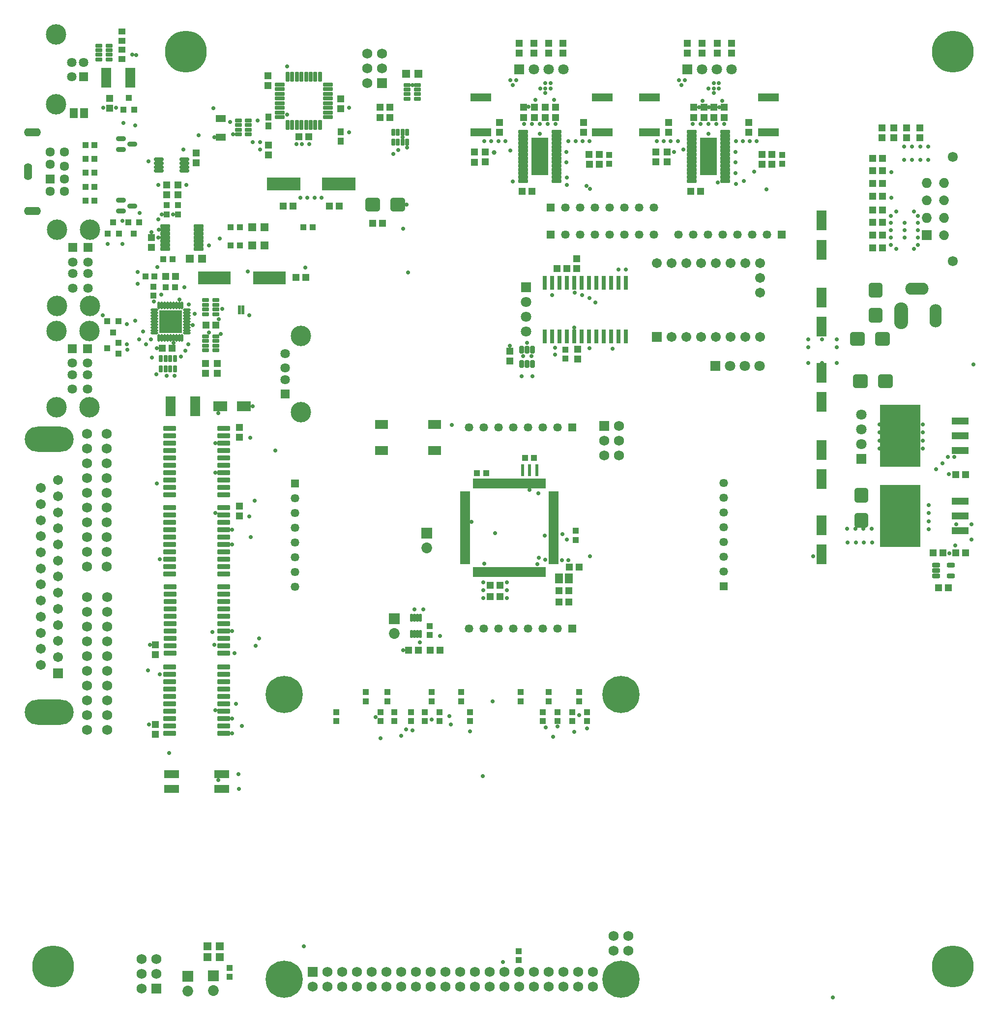
<source format=gts>
G04*
G04 #@! TF.GenerationSoftware,Altium Limited,Altium Designer,23.3.1 (30)*
G04*
G04 Layer_Color=8388736*
%FSLAX25Y25*%
%MOIN*%
G70*
G04*
G04 #@! TF.SameCoordinates,06538215-238A-4A1E-A02E-8B45A58771C4*
G04*
G04*
G04 #@! TF.FilePolarity,Negative*
G04*
G01*
G75*
%ADD65C,0.03263*%
%ADD66R,0.04461X0.04225*%
%ADD67R,0.05524X0.05524*%
%ADD68R,0.04737X0.05131*%
G04:AMPARAMS|DCode=69|XSize=46.19mil|YSize=28.87mil|CornerRadius=6.61mil|HoleSize=0mil|Usage=FLASHONLY|Rotation=0.000|XOffset=0mil|YOffset=0mil|HoleType=Round|Shape=RoundedRectangle|*
%AMROUNDEDRECTD69*
21,1,0.04619,0.01565,0,0,0.0*
21,1,0.03297,0.02887,0,0,0.0*
1,1,0.01322,0.01649,-0.00783*
1,1,0.01322,-0.01649,-0.00783*
1,1,0.01322,-0.01649,0.00783*
1,1,0.01322,0.01649,0.00783*
%
%ADD69ROUNDEDRECTD69*%
G04:AMPARAMS|DCode=70|XSize=51.31mil|YSize=18.24mil|CornerRadius=5.28mil|HoleSize=0mil|Usage=FLASHONLY|Rotation=90.000|XOffset=0mil|YOffset=0mil|HoleType=Round|Shape=RoundedRectangle|*
%AMROUNDEDRECTD70*
21,1,0.05131,0.00768,0,0,90.0*
21,1,0.04075,0.01824,0,0,90.0*
1,1,0.01056,0.00384,0.02037*
1,1,0.01056,0.00384,-0.02037*
1,1,0.01056,-0.00384,-0.02037*
1,1,0.01056,-0.00384,0.02037*
%
%ADD70ROUNDEDRECTD70*%
%ADD71R,0.02454X0.02020*%
%ADD72R,0.02493X0.02020*%
G04:AMPARAMS|DCode=73|XSize=51.31mil|YSize=18.24mil|CornerRadius=5.28mil|HoleSize=0mil|Usage=FLASHONLY|Rotation=0.000|XOffset=0mil|YOffset=0mil|HoleType=Round|Shape=RoundedRectangle|*
%AMROUNDEDRECTD73*
21,1,0.05131,0.00768,0,0,0.0*
21,1,0.04075,0.01824,0,0,0.0*
1,1,0.01056,0.02037,-0.00384*
1,1,0.01056,-0.02037,-0.00384*
1,1,0.01056,-0.02037,0.00384*
1,1,0.01056,0.02037,0.00384*
%
%ADD73ROUNDEDRECTD73*%
%ADD74R,0.15367X0.15367*%
G04:AMPARAMS|DCode=75|XSize=46.19mil|YSize=28.87mil|CornerRadius=6.61mil|HoleSize=0mil|Usage=FLASHONLY|Rotation=270.000|XOffset=0mil|YOffset=0mil|HoleType=Round|Shape=RoundedRectangle|*
%AMROUNDEDRECTD75*
21,1,0.04619,0.01565,0,0,270.0*
21,1,0.03297,0.02887,0,0,270.0*
1,1,0.01322,-0.00783,-0.01649*
1,1,0.01322,-0.00783,0.01649*
1,1,0.01322,0.00783,0.01649*
1,1,0.01322,0.00783,-0.01649*
%
%ADD75ROUNDEDRECTD75*%
%ADD76R,0.06706X0.04737*%
%ADD77R,0.06706X0.13398*%
G04:AMPARAMS|DCode=78|XSize=42.25mil|YSize=48.16mil|CornerRadius=8.28mil|HoleSize=0mil|Usage=FLASHONLY|Rotation=270.000|XOffset=0mil|YOffset=0mil|HoleType=Round|Shape=RoundedRectangle|*
%AMROUNDEDRECTD78*
21,1,0.04225,0.03159,0,0,270.0*
21,1,0.02569,0.04816,0,0,270.0*
1,1,0.01656,-0.01580,-0.01284*
1,1,0.01656,-0.01580,0.01284*
1,1,0.01656,0.01580,0.01284*
1,1,0.01656,0.01580,-0.01284*
%
%ADD78ROUNDEDRECTD78*%
%ADD79R,0.09068X0.06312*%
%ADD80R,0.01900X0.06600*%
%ADD81R,0.06600X0.01900*%
%ADD82R,0.02769X0.09461*%
G04:AMPARAMS|DCode=83|XSize=98.16mil|YSize=91.47mil|CornerRadius=14.43mil|HoleSize=0mil|Usage=FLASHONLY|Rotation=270.000|XOffset=0mil|YOffset=0mil|HoleType=Round|Shape=RoundedRectangle|*
%AMROUNDEDRECTD83*
21,1,0.09816,0.06260,0,0,270.0*
21,1,0.06929,0.09147,0,0,270.0*
1,1,0.02887,-0.03130,-0.03465*
1,1,0.02887,-0.03130,0.03465*
1,1,0.02887,0.03130,0.03465*
1,1,0.02887,0.03130,-0.03465*
%
%ADD83ROUNDEDRECTD83*%
G04:AMPARAMS|DCode=84|XSize=98.16mil|YSize=91.47mil|CornerRadius=14.43mil|HoleSize=0mil|Usage=FLASHONLY|Rotation=0.000|XOffset=0mil|YOffset=0mil|HoleType=Round|Shape=RoundedRectangle|*
%AMROUNDEDRECTD84*
21,1,0.09816,0.06260,0,0,0.0*
21,1,0.06929,0.09147,0,0,0.0*
1,1,0.02887,0.03465,-0.03130*
1,1,0.02887,-0.03465,-0.03130*
1,1,0.02887,-0.03465,0.03130*
1,1,0.02887,0.03465,0.03130*
%
%ADD84ROUNDEDRECTD84*%
%ADD85R,0.11784X0.04934*%
%ADD86R,0.27729X0.42454*%
%ADD87R,0.05131X0.04737*%
G04:AMPARAMS|DCode=88|XSize=55.64mil|YSize=31.23mil|CornerRadius=9.81mil|HoleSize=0mil|Usage=FLASHONLY|Rotation=0.000|XOffset=0mil|YOffset=0mil|HoleType=Round|Shape=RoundedRectangle|*
%AMROUNDEDRECTD88*
21,1,0.05564,0.01161,0,0,0.0*
21,1,0.03602,0.03123,0,0,0.0*
1,1,0.01961,0.01801,-0.00581*
1,1,0.01961,-0.01801,-0.00581*
1,1,0.01961,-0.01801,0.00581*
1,1,0.01961,0.01801,0.00581*
%
%ADD88ROUNDEDRECTD88*%
%ADD89R,0.04225X0.04461*%
G04:AMPARAMS|DCode=90|XSize=55.64mil|YSize=30.84mil|CornerRadius=6.85mil|HoleSize=0mil|Usage=FLASHONLY|Rotation=90.000|XOffset=0mil|YOffset=0mil|HoleType=Round|Shape=RoundedRectangle|*
%AMROUNDEDRECTD90*
21,1,0.05564,0.01713,0,0,90.0*
21,1,0.04193,0.03084,0,0,90.0*
1,1,0.01371,0.00856,0.02097*
1,1,0.01371,0.00856,-0.02097*
1,1,0.01371,-0.00856,-0.02097*
1,1,0.01371,-0.00856,0.02097*
%
%ADD90ROUNDEDRECTD90*%
%ADD91R,0.03950X0.04343*%
%ADD92R,0.04343X0.03950*%
%ADD93R,0.22453X0.08674*%
%ADD94R,0.05524X0.06587*%
%ADD95R,0.09461X0.06902*%
G04:AMPARAMS|DCode=96|XSize=89.1mil|YSize=31.62mil|CornerRadius=6.95mil|HoleSize=0mil|Usage=FLASHONLY|Rotation=0.000|XOffset=0mil|YOffset=0mil|HoleType=Round|Shape=RoundedRectangle|*
%AMROUNDEDRECTD96*
21,1,0.08910,0.01772,0,0,0.0*
21,1,0.07520,0.03162,0,0,0.0*
1,1,0.01391,0.03760,-0.00886*
1,1,0.01391,-0.03760,-0.00886*
1,1,0.01391,-0.03760,0.00886*
1,1,0.01391,0.03760,0.00886*
%
%ADD96ROUNDEDRECTD96*%
%ADD97R,0.02375X0.08280*%
G04:AMPARAMS|DCode=98|XSize=69.81mil|YSize=24.14mil|CornerRadius=6.02mil|HoleSize=0mil|Usage=FLASHONLY|Rotation=0.000|XOffset=0mil|YOffset=0mil|HoleType=Round|Shape=RoundedRectangle|*
%AMROUNDEDRECTD98*
21,1,0.06981,0.01211,0,0,0.0*
21,1,0.05778,0.02414,0,0,0.0*
1,1,0.01204,0.02889,-0.00605*
1,1,0.01204,-0.02889,-0.00605*
1,1,0.01204,-0.02889,0.00605*
1,1,0.01204,0.02889,0.00605*
%
%ADD98ROUNDEDRECTD98*%
%ADD99R,0.13871X0.05564*%
%ADD100R,0.11627X0.25210*%
G04:AMPARAMS|DCode=101|XSize=69.42mil|YSize=23.75mil|CornerRadius=5.97mil|HoleSize=0mil|Usage=FLASHONLY|Rotation=0.000|XOffset=0mil|YOffset=0mil|HoleType=Round|Shape=RoundedRectangle|*
%AMROUNDEDRECTD101*
21,1,0.06942,0.01181,0,0,0.0*
21,1,0.05748,0.02375,0,0,0.0*
1,1,0.01194,0.02874,-0.00591*
1,1,0.01194,-0.02874,-0.00591*
1,1,0.01194,-0.02874,0.00591*
1,1,0.01194,0.02874,0.00591*
%
%ADD101ROUNDEDRECTD101*%
%ADD102R,0.07099X0.13398*%
%ADD103R,0.22847X0.09068*%
%ADD104R,0.05288X0.06587*%
%ADD105R,0.10406X0.05249*%
%ADD106R,0.04422X0.04619*%
G04:AMPARAMS|DCode=107|XSize=63.91mil|YSize=26.5mil|CornerRadius=6.31mil|HoleSize=0mil|Usage=FLASHONLY|Rotation=180.000|XOffset=0mil|YOffset=0mil|HoleType=Round|Shape=RoundedRectangle|*
%AMROUNDEDRECTD107*
21,1,0.06391,0.01388,0,0,180.0*
21,1,0.05128,0.02650,0,0,180.0*
1,1,0.01263,-0.02564,0.00694*
1,1,0.01263,0.02564,0.00694*
1,1,0.01263,0.02564,-0.00694*
1,1,0.01263,-0.02564,-0.00694*
%
%ADD107ROUNDEDRECTD107*%
G04:AMPARAMS|DCode=108|XSize=32.02mil|YSize=63.51mil|CornerRadius=10mil|HoleSize=0mil|Usage=FLASHONLY|Rotation=270.000|XOffset=0mil|YOffset=0mil|HoleType=Round|Shape=RoundedRectangle|*
%AMROUNDEDRECTD108*
21,1,0.03202,0.04350,0,0,270.0*
21,1,0.01201,0.06351,0,0,270.0*
1,1,0.02001,-0.02175,-0.00600*
1,1,0.02001,-0.02175,0.00600*
1,1,0.02001,0.02175,0.00600*
1,1,0.02001,0.02175,-0.00600*
%
%ADD108ROUNDEDRECTD108*%
G04:AMPARAMS|DCode=109|XSize=52.09mil|YSize=18.63mil|CornerRadius=5.33mil|HoleSize=0mil|Usage=FLASHONLY|Rotation=90.000|XOffset=0mil|YOffset=0mil|HoleType=Round|Shape=RoundedRectangle|*
%AMROUNDEDRECTD109*
21,1,0.05209,0.00797,0,0,90.0*
21,1,0.04144,0.01863,0,0,90.0*
1,1,0.01066,0.00399,0.02072*
1,1,0.01066,0.00399,-0.02072*
1,1,0.01066,-0.00399,-0.02072*
1,1,0.01066,-0.00399,0.02072*
%
%ADD109ROUNDEDRECTD109*%
G04:AMPARAMS|DCode=110|XSize=66.66mil|YSize=29.65mil|CornerRadius=6.71mil|HoleSize=0mil|Usage=FLASHONLY|Rotation=180.000|XOffset=0mil|YOffset=0mil|HoleType=Round|Shape=RoundedRectangle|*
%AMROUNDEDRECTD110*
21,1,0.06666,0.01624,0,0,180.0*
21,1,0.05325,0.02965,0,0,180.0*
1,1,0.01341,-0.02662,0.00812*
1,1,0.01341,0.02662,0.00812*
1,1,0.01341,0.02662,-0.00812*
1,1,0.01341,-0.02662,-0.00812*
%
%ADD110ROUNDEDRECTD110*%
G04:AMPARAMS|DCode=111|XSize=66.66mil|YSize=29.65mil|CornerRadius=6.71mil|HoleSize=0mil|Usage=FLASHONLY|Rotation=90.000|XOffset=0mil|YOffset=0mil|HoleType=Round|Shape=RoundedRectangle|*
%AMROUNDEDRECTD111*
21,1,0.06666,0.01624,0,0,90.0*
21,1,0.05325,0.02965,0,0,90.0*
1,1,0.01341,0.00812,0.02662*
1,1,0.01341,0.00812,-0.02662*
1,1,0.01341,-0.00812,-0.02662*
1,1,0.01341,-0.00812,0.02662*
%
%ADD111ROUNDEDRECTD111*%
%ADD112C,0.06343*%
%ADD113O,0.11548X0.05642*%
%ADD114R,0.06343X0.06343*%
%ADD115O,0.05642X0.11548*%
%ADD116C,0.06737*%
%ADD117R,0.06737X0.06737*%
%ADD118O,0.33209X0.17005*%
%ADD119C,0.06800*%
%ADD120R,0.06800X0.06800*%
%ADD121C,0.25210*%
%ADD122C,0.28359*%
%ADD123C,0.07296*%
%ADD124R,0.07296X0.07296*%
%ADD125R,0.06824X0.06824*%
%ADD126C,0.06824*%
%ADD127C,0.13855*%
%ADD128C,0.06422*%
%ADD129R,0.06422X0.06422*%
%ADD130C,0.05753*%
%ADD131R,0.05753X0.05753*%
%ADD132O,0.09461X0.18123*%
%ADD133R,0.05753X0.05753*%
%ADD134C,0.07099*%
%ADD135R,0.07099X0.07099*%
%ADD136C,0.06781*%
%ADD137C,0.06525*%
%ADD138R,0.06525X0.06525*%
%ADD139O,0.08280X0.15761*%
%ADD140O,0.15761X0.08280*%
%ADD141R,0.07099X0.07099*%
%ADD142R,0.06737X0.06737*%
%ADD143C,0.02800*%
%ADD144C,0.03200*%
D65*
X645657Y556068D02*
X645346Y557027D01*
X644530Y557619D01*
X643522D01*
X642706Y557027D01*
X642395Y556068D01*
X642706Y555109D01*
X643522Y554516D01*
X644530D01*
X645346Y555109D01*
X645657Y556068D01*
Y544257D02*
X645346Y545216D01*
X644530Y545808D01*
X643522D01*
X642706Y545216D01*
X642395Y544257D01*
X642706Y543298D01*
X643522Y542705D01*
X644530D01*
X645346Y543298D01*
X645657Y544257D01*
Y532446D02*
X645346Y533405D01*
X644530Y533997D01*
X643522D01*
X642706Y533405D01*
X642395Y532446D01*
X642706Y531487D01*
X643522Y530894D01*
X644530D01*
X645346Y531487D01*
X645657Y532446D01*
Y520635D02*
X645346Y521594D01*
X644530Y522186D01*
X643522D01*
X642706Y521594D01*
X642395Y520635D01*
X642706Y519676D01*
X643522Y519083D01*
X644530D01*
X645346Y519676D01*
X645657Y520635D01*
X633846Y556068D02*
X633535Y557027D01*
X632719Y557619D01*
X631711D01*
X630895Y557027D01*
X630584Y556068D01*
X630895Y555109D01*
X631711Y554516D01*
X632719D01*
X633535Y555109D01*
X633846Y556068D01*
Y544257D02*
X633535Y545216D01*
X632719Y545808D01*
X631711D01*
X630895Y545216D01*
X630584Y544257D01*
X630895Y543298D01*
X631711Y542705D01*
X632719D01*
X633535Y543298D01*
X633846Y544257D01*
Y532446D02*
X633535Y533405D01*
X632719Y533997D01*
X631711D01*
X630895Y533405D01*
X630584Y532446D01*
X630895Y531487D01*
X631711Y530894D01*
X632719D01*
X633535Y531487D01*
X633846Y532446D01*
D66*
X387258Y443171D02*
D03*
Y437029D02*
D03*
X402043Y197458D02*
D03*
Y191316D02*
D03*
X391840Y197458D02*
D03*
Y191316D02*
D03*
X381960Y197458D02*
D03*
Y191316D02*
D03*
X371757Y197458D02*
D03*
Y191316D02*
D03*
X355594Y29417D02*
D03*
Y35558D02*
D03*
X322480Y197458D02*
D03*
Y191316D02*
D03*
X316478Y204891D02*
D03*
Y211033D02*
D03*
X296624Y204891D02*
D03*
Y211033D02*
D03*
X266601D02*
D03*
Y204891D02*
D03*
X251871Y211033D02*
D03*
Y204891D02*
D03*
X301820Y197458D02*
D03*
Y191316D02*
D03*
X291850D02*
D03*
Y197458D02*
D03*
X282400Y191316D02*
D03*
Y197458D02*
D03*
X271239D02*
D03*
Y191316D02*
D03*
X261939D02*
D03*
Y197458D02*
D03*
X159428Y17997D02*
D03*
Y24139D02*
D03*
X231805Y197458D02*
D03*
Y191316D02*
D03*
X356905Y211033D02*
D03*
Y204891D02*
D03*
X375761D02*
D03*
Y211033D02*
D03*
X396619D02*
D03*
Y204891D02*
D03*
X107924Y485870D02*
D03*
Y479728D02*
D03*
X116929Y534822D02*
D03*
Y540964D02*
D03*
X534344Y568910D02*
D03*
Y575052D02*
D03*
X394100Y320371D02*
D03*
Y314229D02*
D03*
X416942Y575052D02*
D03*
Y568910D02*
D03*
X124589Y540964D02*
D03*
Y534822D02*
D03*
X295270Y255843D02*
D03*
Y249701D02*
D03*
D67*
X144555Y31281D02*
D03*
X152823D02*
D03*
X144555Y38779D02*
D03*
X152823D02*
D03*
X279324Y630168D02*
D03*
X287592D02*
D03*
X175044Y525984D02*
D03*
X183311D02*
D03*
X175044Y513704D02*
D03*
X183311D02*
D03*
X140896Y504629D02*
D03*
X132629D02*
D03*
D68*
X109305Y188935D02*
D03*
Y182242D02*
D03*
X185827Y581690D02*
D03*
Y574997D02*
D03*
X116837Y554776D02*
D03*
Y548083D02*
D03*
X185409Y622173D02*
D03*
Y628866D02*
D03*
X394978Y504815D02*
D03*
Y498122D02*
D03*
X395400Y436754D02*
D03*
Y443446D02*
D03*
X109305Y243149D02*
D03*
Y236456D02*
D03*
X166234Y330295D02*
D03*
Y336987D02*
D03*
Y383859D02*
D03*
Y390552D02*
D03*
X349576Y442159D02*
D03*
Y435466D02*
D03*
X151340Y433655D02*
D03*
Y426962D02*
D03*
X143314Y433655D02*
D03*
Y426962D02*
D03*
X511417Y590388D02*
D03*
Y597081D02*
D03*
X399634Y590388D02*
D03*
Y597081D02*
D03*
X342665Y590244D02*
D03*
Y596937D02*
D03*
X499908Y643911D02*
D03*
Y650604D02*
D03*
X490098Y643911D02*
D03*
Y650604D02*
D03*
X479862Y643911D02*
D03*
Y650604D02*
D03*
X470024Y643911D02*
D03*
Y650604D02*
D03*
X385560Y643911D02*
D03*
Y650604D02*
D03*
X375725Y643911D02*
D03*
Y650604D02*
D03*
X365831Y643911D02*
D03*
Y650604D02*
D03*
X355875Y643911D02*
D03*
Y650604D02*
D03*
X495033Y600563D02*
D03*
Y607256D02*
D03*
X474306Y600563D02*
D03*
Y607256D02*
D03*
X488029Y600563D02*
D03*
Y607256D02*
D03*
X481191Y600563D02*
D03*
Y607256D02*
D03*
X448619Y577209D02*
D03*
Y570516D02*
D03*
X456358Y577209D02*
D03*
Y570516D02*
D03*
X325604Y576924D02*
D03*
Y570231D02*
D03*
X380681Y607256D02*
D03*
Y600563D02*
D03*
X373485Y607256D02*
D03*
Y600563D02*
D03*
X366203Y607256D02*
D03*
Y600563D02*
D03*
X358854Y607256D02*
D03*
Y600563D02*
D03*
X332933Y570276D02*
D03*
Y576969D02*
D03*
X234970Y606447D02*
D03*
Y613140D02*
D03*
X136998Y576495D02*
D03*
Y569803D02*
D03*
X124589Y548083D02*
D03*
Y554776D02*
D03*
X627469Y593441D02*
D03*
Y586749D02*
D03*
X618414Y593441D02*
D03*
Y586749D02*
D03*
X609774Y593441D02*
D03*
Y586749D02*
D03*
X601785Y593442D02*
D03*
Y586749D02*
D03*
X78208Y606598D02*
D03*
Y613291D02*
D03*
X457101Y597081D02*
D03*
Y590388D02*
D03*
X106693Y512456D02*
D03*
Y519149D02*
D03*
D69*
X143374Y476659D02*
D03*
X70965Y639764D02*
D03*
Y642913D02*
D03*
Y646063D02*
D03*
Y649213D02*
D03*
X77854D02*
D03*
Y646063D02*
D03*
Y642913D02*
D03*
Y639764D02*
D03*
X150263Y476659D02*
D03*
Y473509D02*
D03*
Y470360D02*
D03*
Y467210D02*
D03*
X143374D02*
D03*
Y470360D02*
D03*
Y473509D02*
D03*
X150263Y452110D02*
D03*
Y448960D02*
D03*
Y445810D02*
D03*
Y442661D02*
D03*
X143374D02*
D03*
Y445810D02*
D03*
Y448960D02*
D03*
Y452110D02*
D03*
X286903Y622551D02*
D03*
Y619402D02*
D03*
Y616252D02*
D03*
Y613102D02*
D03*
X280013D02*
D03*
Y616252D02*
D03*
Y619402D02*
D03*
Y622551D02*
D03*
X165455Y598425D02*
D03*
Y595275D02*
D03*
Y592125D02*
D03*
Y588976D02*
D03*
X172345D02*
D03*
Y592125D02*
D03*
Y595275D02*
D03*
Y598425D02*
D03*
D70*
X121457Y473203D02*
D03*
X123425D02*
D03*
X111614D02*
D03*
X113583D02*
D03*
X115551D02*
D03*
X117520D02*
D03*
X119488D02*
D03*
X125394D02*
D03*
X127362D02*
D03*
Y451037D02*
D03*
X125394D02*
D03*
X123425D02*
D03*
X121457D02*
D03*
X119488D02*
D03*
X117520D02*
D03*
X115551D02*
D03*
X113583D02*
D03*
X111614D02*
D03*
D71*
X166253Y468229D02*
D03*
Y472166D02*
D03*
X168576D02*
D03*
X166253Y470198D02*
D03*
X168576D02*
D03*
D72*
X168556Y468229D02*
D03*
D73*
X108406Y468026D02*
D03*
Y469994D02*
D03*
X130571D02*
D03*
Y468026D02*
D03*
Y466057D02*
D03*
Y464089D02*
D03*
Y462120D02*
D03*
Y460152D02*
D03*
Y458183D02*
D03*
Y456215D02*
D03*
Y454246D02*
D03*
X108406D02*
D03*
Y456215D02*
D03*
Y458183D02*
D03*
Y460152D02*
D03*
Y462120D02*
D03*
Y464089D02*
D03*
Y466057D02*
D03*
D74*
X119488Y462120D02*
D03*
D75*
X113007Y436982D02*
D03*
X116157D02*
D03*
X119307D02*
D03*
X122456D02*
D03*
Y430093D02*
D03*
X119307D02*
D03*
X116157D02*
D03*
X113007D02*
D03*
X279959Y583632D02*
D03*
X276809D02*
D03*
X273660D02*
D03*
X270510D02*
D03*
Y590522D02*
D03*
X273660D02*
D03*
X276809D02*
D03*
X279959D02*
D03*
D76*
X153659Y599610D02*
D03*
Y587011D02*
D03*
D77*
X75718Y627257D02*
D03*
X92254D02*
D03*
X119513Y404576D02*
D03*
X136049D02*
D03*
D78*
X86614Y658583D02*
D03*
Y652441D02*
D03*
X86528Y646291D02*
D03*
Y640150D02*
D03*
D79*
X298406Y374803D02*
D03*
X262579D02*
D03*
Y392520D02*
D03*
X298406D02*
D03*
D80*
X372813Y292441D02*
D03*
X370913D02*
D03*
X368913D02*
D03*
X366913D02*
D03*
X364913D02*
D03*
X363013D02*
D03*
X361013D02*
D03*
X359013D02*
D03*
X357113D02*
D03*
X355113D02*
D03*
X353113D02*
D03*
X351213D02*
D03*
X349213D02*
D03*
X347213D02*
D03*
X345313D02*
D03*
X343313D02*
D03*
X341313D02*
D03*
X339413D02*
D03*
X337413D02*
D03*
X335413D02*
D03*
X333513D02*
D03*
X331513D02*
D03*
X329513D02*
D03*
X327513D02*
D03*
X325613D02*
D03*
Y352441D02*
D03*
X327513D02*
D03*
X329513D02*
D03*
X331513D02*
D03*
X333513D02*
D03*
X335413D02*
D03*
X337413D02*
D03*
X339413D02*
D03*
X341313D02*
D03*
X343313D02*
D03*
X345313D02*
D03*
X347213D02*
D03*
X349213D02*
D03*
X351213D02*
D03*
X353113D02*
D03*
X355113D02*
D03*
X357113D02*
D03*
X359013D02*
D03*
X361013D02*
D03*
X363013D02*
D03*
X364913D02*
D03*
X366913D02*
D03*
X368913D02*
D03*
X370913D02*
D03*
X372813D02*
D03*
D81*
X319213Y298841D02*
D03*
Y300741D02*
D03*
Y302741D02*
D03*
Y304741D02*
D03*
Y306741D02*
D03*
Y308641D02*
D03*
Y310641D02*
D03*
Y312641D02*
D03*
Y314541D02*
D03*
Y316541D02*
D03*
Y318541D02*
D03*
Y320441D02*
D03*
Y322441D02*
D03*
Y324441D02*
D03*
Y326341D02*
D03*
Y328341D02*
D03*
Y330341D02*
D03*
Y332241D02*
D03*
Y334241D02*
D03*
Y336241D02*
D03*
Y338141D02*
D03*
Y340141D02*
D03*
Y342141D02*
D03*
Y344141D02*
D03*
Y346041D02*
D03*
X379213D02*
D03*
Y344141D02*
D03*
Y342141D02*
D03*
Y340141D02*
D03*
Y338141D02*
D03*
Y336241D02*
D03*
Y334241D02*
D03*
Y332241D02*
D03*
Y330341D02*
D03*
Y328341D02*
D03*
Y326341D02*
D03*
Y324441D02*
D03*
Y322441D02*
D03*
Y320441D02*
D03*
Y318541D02*
D03*
Y316541D02*
D03*
Y314541D02*
D03*
Y312641D02*
D03*
Y310641D02*
D03*
Y308641D02*
D03*
Y306741D02*
D03*
Y304741D02*
D03*
Y302741D02*
D03*
Y300741D02*
D03*
Y298841D02*
D03*
D82*
X428365Y488417D02*
D03*
X423365D02*
D03*
X418365D02*
D03*
X413365D02*
D03*
X408365D02*
D03*
X403365D02*
D03*
X398365D02*
D03*
X393365D02*
D03*
X388365D02*
D03*
X383365D02*
D03*
X378365D02*
D03*
X373365D02*
D03*
X428365Y452196D02*
D03*
X423365D02*
D03*
X418365D02*
D03*
X413365D02*
D03*
X408365D02*
D03*
X403365D02*
D03*
X398365D02*
D03*
X393365D02*
D03*
X388365D02*
D03*
X383365D02*
D03*
X378365D02*
D03*
X373365D02*
D03*
D83*
X597642Y466429D02*
D03*
Y483437D02*
D03*
X587837Y327518D02*
D03*
Y344526D02*
D03*
D84*
X602364Y450427D02*
D03*
X585356D02*
D03*
X604254Y421694D02*
D03*
X587246D02*
D03*
X256487Y541365D02*
D03*
X273495D02*
D03*
D85*
X654820Y320254D02*
D03*
Y330254D02*
D03*
Y340254D02*
D03*
X655034Y394696D02*
D03*
Y384696D02*
D03*
Y374696D02*
D03*
D86*
X614072Y330254D02*
D03*
X614286Y384696D02*
D03*
D87*
X640144Y281743D02*
D03*
X646837D02*
D03*
X636555Y305268D02*
D03*
X643248D02*
D03*
X658626D02*
D03*
X651933D02*
D03*
X381502Y497925D02*
D03*
X388195D02*
D03*
X302338Y239489D02*
D03*
X295646D02*
D03*
X287461D02*
D03*
X280768D02*
D03*
X120463Y444135D02*
D03*
X113770D02*
D03*
X143472Y459729D02*
D03*
X150165D02*
D03*
X116142Y492820D02*
D03*
X122835D02*
D03*
X211259Y491918D02*
D03*
X204566D02*
D03*
X389692Y272213D02*
D03*
X382999D02*
D03*
X342742Y275692D02*
D03*
X336049D02*
D03*
X342742Y283454D02*
D03*
X336049D02*
D03*
X382999Y279761D02*
D03*
X389691D02*
D03*
X389732Y295622D02*
D03*
X396425D02*
D03*
X520527Y575436D02*
D03*
X527220D02*
D03*
X520430Y568709D02*
D03*
X527122D02*
D03*
X472063Y550295D02*
D03*
X478756D02*
D03*
X357806Y550344D02*
D03*
X364499D02*
D03*
X403364Y575436D02*
D03*
X410057D02*
D03*
X403422Y568709D02*
D03*
X410115D02*
D03*
X256496Y528740D02*
D03*
X263189D02*
D03*
X227111Y540273D02*
D03*
X233804D02*
D03*
X202545D02*
D03*
X195853D02*
D03*
X595580Y572866D02*
D03*
X602273D02*
D03*
X595580Y564295D02*
D03*
X602273D02*
D03*
X595580Y555724D02*
D03*
X602273D02*
D03*
X595580Y547153D02*
D03*
X602273D02*
D03*
X595580Y537881D02*
D03*
X602273D02*
D03*
X595580Y512169D02*
D03*
X602273D02*
D03*
X595580Y529310D02*
D03*
X602273D02*
D03*
X595580Y520739D02*
D03*
X602273D02*
D03*
X651933Y358282D02*
D03*
X658626D02*
D03*
X268338Y600244D02*
D03*
X261645D02*
D03*
X268338Y607244D02*
D03*
X261645D02*
D03*
X213257Y587564D02*
D03*
X206565D02*
D03*
D88*
X648431Y297094D02*
D03*
Y289614D02*
D03*
X638549D02*
D03*
Y293354D02*
D03*
Y297094D02*
D03*
D89*
X166500Y526135D02*
D03*
X160359D02*
D03*
X166500Y513704D02*
D03*
X160359D02*
D03*
X327244Y359449D02*
D03*
X333386D02*
D03*
X114685Y504540D02*
D03*
X120826D02*
D03*
X122437Y485568D02*
D03*
X116295D02*
D03*
X108704Y492820D02*
D03*
X102562D02*
D03*
X366030Y369742D02*
D03*
X359888D02*
D03*
X209677Y526135D02*
D03*
X215818D02*
D03*
X68032Y544094D02*
D03*
X61890D02*
D03*
X68032Y562992D02*
D03*
X61890D02*
D03*
X68032Y553543D02*
D03*
X61890D02*
D03*
X68032Y581890D02*
D03*
X61890D02*
D03*
Y572441D02*
D03*
X68032D02*
D03*
D90*
X364998Y443189D02*
D03*
X361258D02*
D03*
X357517D02*
D03*
X364998Y433307D02*
D03*
X361258D02*
D03*
X357517D02*
D03*
D91*
X80692Y529479D02*
D03*
X84432Y521605D02*
D03*
X76952D02*
D03*
X94463D02*
D03*
X90723Y529479D02*
D03*
X98203D02*
D03*
X80381Y454680D02*
D03*
X76641Y462554D02*
D03*
X84121D02*
D03*
X91147Y613774D02*
D03*
X94887Y605900D02*
D03*
X87406D02*
D03*
D92*
X76477Y444039D02*
D03*
X84351Y447779D02*
D03*
Y440299D02*
D03*
D93*
X149299Y491900D02*
D03*
X186701D02*
D03*
D94*
X382723Y288234D02*
D03*
X389495D02*
D03*
D95*
X169367Y404576D02*
D03*
X153225D02*
D03*
D96*
X155557Y389719D02*
D03*
Y384719D02*
D03*
Y379719D02*
D03*
Y374719D02*
D03*
Y369719D02*
D03*
Y364719D02*
D03*
Y359719D02*
D03*
Y354719D02*
D03*
Y349719D02*
D03*
Y344719D02*
D03*
X119022D02*
D03*
Y349719D02*
D03*
Y354719D02*
D03*
Y359719D02*
D03*
Y364719D02*
D03*
Y369719D02*
D03*
Y374719D02*
D03*
Y379719D02*
D03*
Y384719D02*
D03*
Y389719D02*
D03*
X155577Y336154D02*
D03*
Y331154D02*
D03*
Y326154D02*
D03*
Y321154D02*
D03*
Y316154D02*
D03*
Y311154D02*
D03*
Y306154D02*
D03*
Y301154D02*
D03*
Y296154D02*
D03*
Y291154D02*
D03*
X119041D02*
D03*
Y296154D02*
D03*
Y301154D02*
D03*
Y306154D02*
D03*
Y311154D02*
D03*
Y316154D02*
D03*
Y321154D02*
D03*
Y326154D02*
D03*
Y331154D02*
D03*
Y336154D02*
D03*
X119118Y237289D02*
D03*
Y242289D02*
D03*
Y247289D02*
D03*
Y252289D02*
D03*
Y257289D02*
D03*
Y262289D02*
D03*
Y267289D02*
D03*
Y272289D02*
D03*
Y277289D02*
D03*
Y282289D02*
D03*
X155653D02*
D03*
Y277289D02*
D03*
Y272289D02*
D03*
Y267289D02*
D03*
Y262289D02*
D03*
Y257289D02*
D03*
Y252289D02*
D03*
Y247289D02*
D03*
Y242289D02*
D03*
Y237289D02*
D03*
X119005Y183075D02*
D03*
Y188075D02*
D03*
Y193075D02*
D03*
Y198075D02*
D03*
Y203075D02*
D03*
Y208075D02*
D03*
Y213075D02*
D03*
Y218075D02*
D03*
Y223075D02*
D03*
Y228075D02*
D03*
X155540D02*
D03*
Y223075D02*
D03*
Y218075D02*
D03*
Y213075D02*
D03*
Y208075D02*
D03*
Y203075D02*
D03*
Y198075D02*
D03*
Y193075D02*
D03*
Y188075D02*
D03*
Y183075D02*
D03*
D97*
X358268Y361417D02*
D03*
X362992D02*
D03*
X367717D02*
D03*
D98*
X115957Y526897D02*
D03*
Y524338D02*
D03*
Y521779D02*
D03*
Y519220D02*
D03*
Y516661D02*
D03*
Y514102D02*
D03*
Y511543D02*
D03*
X138556D02*
D03*
Y514102D02*
D03*
Y516661D02*
D03*
Y519220D02*
D03*
Y521779D02*
D03*
Y524338D02*
D03*
Y526897D02*
D03*
D99*
X444184Y614199D02*
D03*
Y590380D02*
D03*
X524805Y614199D02*
D03*
Y590380D02*
D03*
X412238D02*
D03*
Y614199D02*
D03*
X329811Y590380D02*
D03*
Y614199D02*
D03*
D100*
X484206Y574091D02*
D03*
X369747D02*
D03*
D101*
X495545Y590725D02*
D03*
Y588166D02*
D03*
Y585607D02*
D03*
Y583048D02*
D03*
Y580489D02*
D03*
Y577930D02*
D03*
Y575371D02*
D03*
Y572812D02*
D03*
Y570252D02*
D03*
Y567693D02*
D03*
Y565134D02*
D03*
Y562575D02*
D03*
Y560016D02*
D03*
Y557457D02*
D03*
X472868D02*
D03*
Y560016D02*
D03*
Y562575D02*
D03*
Y565134D02*
D03*
Y567693D02*
D03*
Y570252D02*
D03*
Y572812D02*
D03*
Y575371D02*
D03*
Y577930D02*
D03*
Y580489D02*
D03*
Y583048D02*
D03*
Y585607D02*
D03*
Y588166D02*
D03*
Y590725D02*
D03*
X381085D02*
D03*
Y588166D02*
D03*
Y585607D02*
D03*
Y583048D02*
D03*
Y580489D02*
D03*
Y577930D02*
D03*
Y575371D02*
D03*
Y572812D02*
D03*
Y570252D02*
D03*
Y567693D02*
D03*
Y565134D02*
D03*
Y562575D02*
D03*
Y560016D02*
D03*
Y557457D02*
D03*
X358408D02*
D03*
Y560016D02*
D03*
Y562575D02*
D03*
Y565134D02*
D03*
Y567693D02*
D03*
Y570252D02*
D03*
Y572812D02*
D03*
Y575371D02*
D03*
Y577930D02*
D03*
Y580489D02*
D03*
Y583048D02*
D03*
Y585607D02*
D03*
Y588166D02*
D03*
Y590725D02*
D03*
D102*
X561003Y510897D02*
D03*
Y530582D02*
D03*
Y407691D02*
D03*
Y427376D02*
D03*
Y375188D02*
D03*
Y355503D02*
D03*
Y304484D02*
D03*
Y324169D02*
D03*
Y478395D02*
D03*
Y458710D02*
D03*
D103*
X233568Y555502D02*
D03*
X196166D02*
D03*
D104*
X53771Y603301D02*
D03*
X60779D02*
D03*
D105*
X154201Y155292D02*
D03*
X120343D02*
D03*
X154201Y145292D02*
D03*
X120343D02*
D03*
D106*
X234970Y590596D02*
D03*
Y584533D02*
D03*
X185827Y594606D02*
D03*
Y600669D02*
D03*
D107*
X128754Y564331D02*
D03*
Y566890D02*
D03*
Y569449D02*
D03*
Y572008D02*
D03*
X111706D02*
D03*
Y569449D02*
D03*
Y566890D02*
D03*
Y564331D02*
D03*
D108*
X85945Y586024D02*
D03*
X93583Y582283D02*
D03*
X85945Y578740D02*
D03*
Y544291D02*
D03*
X93583Y540551D02*
D03*
X85945Y537008D02*
D03*
D109*
X282874Y250374D02*
D03*
X284843D02*
D03*
X286811D02*
D03*
X288780D02*
D03*
Y261437D02*
D03*
X286811D02*
D03*
X284843D02*
D03*
X282874D02*
D03*
D110*
X226222Y600738D02*
D03*
Y603888D02*
D03*
Y607038D02*
D03*
Y610187D02*
D03*
Y613337D02*
D03*
Y616487D02*
D03*
Y619636D02*
D03*
Y622786D02*
D03*
X193387D02*
D03*
Y619636D02*
D03*
Y616487D02*
D03*
Y613337D02*
D03*
Y610187D02*
D03*
Y607038D02*
D03*
Y603888D02*
D03*
Y600738D02*
D03*
D111*
X198781Y595345D02*
D03*
X201931D02*
D03*
X205080D02*
D03*
X208230D02*
D03*
X211380D02*
D03*
X214529D02*
D03*
X217679D02*
D03*
X220828D02*
D03*
Y628179D02*
D03*
X217679D02*
D03*
X214529D02*
D03*
X211380D02*
D03*
X208230D02*
D03*
X205080D02*
D03*
X201931D02*
D03*
X198781D02*
D03*
D112*
X47638Y577165D02*
D03*
Y567323D02*
D03*
Y550394D02*
D03*
X37795Y577165D02*
D03*
X47638Y558661D02*
D03*
X37795Y568898D02*
D03*
Y550394D02*
D03*
D113*
X25984Y537205D02*
D03*
Y590354D02*
D03*
D114*
X37795Y558661D02*
D03*
D115*
X22835Y563780D02*
D03*
D116*
X31590Y349356D02*
D03*
Y338450D02*
D03*
Y327545D02*
D03*
Y316639D02*
D03*
Y305734D02*
D03*
Y294828D02*
D03*
Y283923D02*
D03*
Y273017D02*
D03*
Y262112D02*
D03*
Y251206D02*
D03*
Y240301D02*
D03*
Y229395D02*
D03*
X43145Y354691D02*
D03*
Y343785D02*
D03*
Y332880D02*
D03*
Y321974D02*
D03*
Y311069D02*
D03*
Y300163D02*
D03*
Y289257D02*
D03*
Y278352D02*
D03*
Y267446D02*
D03*
Y256541D02*
D03*
Y245635D02*
D03*
Y234730D02*
D03*
X449206Y501848D02*
D03*
X459206D02*
D03*
X469206D02*
D03*
X479206D02*
D03*
X489206D02*
D03*
X499206D02*
D03*
X509206D02*
D03*
X519206D02*
D03*
X459206Y451848D02*
D03*
X469206D02*
D03*
X479206D02*
D03*
X489206D02*
D03*
X499206D02*
D03*
X509206D02*
D03*
X519206D02*
D03*
Y491848D02*
D03*
Y481848D02*
D03*
D117*
X43145Y223824D02*
D03*
D118*
X37200Y382486D02*
D03*
Y197289D02*
D03*
D119*
X429848Y35667D02*
D03*
X419848D02*
D03*
X429848Y45667D02*
D03*
X419848D02*
D03*
X405833Y11561D02*
D03*
X395833D02*
D03*
X385833D02*
D03*
X375833D02*
D03*
X365833D02*
D03*
X355833D02*
D03*
X405833Y21561D02*
D03*
X395833D02*
D03*
X385833D02*
D03*
X375833D02*
D03*
X365833D02*
D03*
X355833D02*
D03*
X345833Y11561D02*
D03*
Y21561D02*
D03*
X335833Y11561D02*
D03*
X325833D02*
D03*
X315833D02*
D03*
X305833D02*
D03*
X295833D02*
D03*
X285833D02*
D03*
X335833Y21561D02*
D03*
X325833D02*
D03*
X315833D02*
D03*
X305833D02*
D03*
X295833D02*
D03*
X285833D02*
D03*
X275833Y11561D02*
D03*
Y21561D02*
D03*
X265833Y11561D02*
D03*
X255833D02*
D03*
X245833D02*
D03*
X235833D02*
D03*
X225833D02*
D03*
X215833D02*
D03*
X265833Y21561D02*
D03*
X255833D02*
D03*
X245833D02*
D03*
X235833D02*
D03*
X225833D02*
D03*
X62977Y185316D02*
D03*
Y235316D02*
D03*
Y245316D02*
D03*
Y195316D02*
D03*
Y205316D02*
D03*
Y215316D02*
D03*
Y225316D02*
D03*
Y255316D02*
D03*
Y265316D02*
D03*
Y275316D02*
D03*
X76075Y296202D02*
D03*
Y346202D02*
D03*
Y356202D02*
D03*
Y306202D02*
D03*
Y316202D02*
D03*
Y326202D02*
D03*
Y336202D02*
D03*
Y366202D02*
D03*
Y376202D02*
D03*
Y386202D02*
D03*
X63003Y296202D02*
D03*
Y346202D02*
D03*
Y356202D02*
D03*
Y306202D02*
D03*
Y316202D02*
D03*
Y326202D02*
D03*
Y336202D02*
D03*
Y366202D02*
D03*
Y376202D02*
D03*
Y386202D02*
D03*
X76533Y185423D02*
D03*
Y235423D02*
D03*
Y245423D02*
D03*
Y195423D02*
D03*
Y205423D02*
D03*
Y215423D02*
D03*
Y225423D02*
D03*
Y255423D02*
D03*
Y265423D02*
D03*
Y275423D02*
D03*
D120*
X215833Y21561D02*
D03*
D121*
X196659Y16561D02*
D03*
X425006D02*
D03*
Y209474D02*
D03*
X196659D02*
D03*
D122*
X650000Y25000D02*
D03*
Y645000D02*
D03*
X130000D02*
D03*
X40000Y25000D02*
D03*
D123*
X148689Y8588D02*
D03*
X131056Y8404D02*
D03*
X271308Y250842D02*
D03*
X293307Y308780D02*
D03*
D124*
X148689Y18588D02*
D03*
X131056Y18404D02*
D03*
X271308Y260842D02*
D03*
X293307Y318780D02*
D03*
D125*
X109836Y9978D02*
D03*
X262998Y623901D02*
D03*
X413696Y391277D02*
D03*
D126*
X99836Y9978D02*
D03*
X109836Y19978D02*
D03*
X99836D02*
D03*
X109836Y29978D02*
D03*
X99836D02*
D03*
X252998Y643901D02*
D03*
X262998D02*
D03*
X252998Y633901D02*
D03*
X262998D02*
D03*
X252998Y623901D02*
D03*
X423696Y391277D02*
D03*
X413696Y381277D02*
D03*
X423696D02*
D03*
X413696Y371277D02*
D03*
X423696D02*
D03*
D127*
X41929Y609370D02*
D03*
Y656772D02*
D03*
X42599Y472680D02*
D03*
Y524412D02*
D03*
X64961Y472680D02*
D03*
Y524412D02*
D03*
X42285Y404152D02*
D03*
Y455885D02*
D03*
X64647Y404152D02*
D03*
Y455885D02*
D03*
X207912Y400836D02*
D03*
Y452568D02*
D03*
D128*
X52598Y627992D02*
D03*
Y637835D02*
D03*
X60472D02*
D03*
X53268Y484767D02*
D03*
Y494609D02*
D03*
Y502483D02*
D03*
X63583Y484767D02*
D03*
Y494609D02*
D03*
Y502483D02*
D03*
X52954Y416239D02*
D03*
Y426082D02*
D03*
Y433956D02*
D03*
X63269Y416239D02*
D03*
Y426082D02*
D03*
Y433956D02*
D03*
X197243Y422765D02*
D03*
Y430639D02*
D03*
Y440482D02*
D03*
D129*
X60472Y627992D02*
D03*
X53268Y512326D02*
D03*
X63583D02*
D03*
X52954Y443798D02*
D03*
X63269D02*
D03*
X197243Y412923D02*
D03*
D130*
X447238Y521165D02*
D03*
X437238D02*
D03*
X427238D02*
D03*
X417238D02*
D03*
X407238D02*
D03*
X397238D02*
D03*
X387238D02*
D03*
X447293Y539347D02*
D03*
X437293D02*
D03*
X427293D02*
D03*
X417293D02*
D03*
X407293D02*
D03*
X397293D02*
D03*
X387293D02*
D03*
X203752Y282442D02*
D03*
Y292442D02*
D03*
Y302442D02*
D03*
Y312442D02*
D03*
Y322442D02*
D03*
Y332442D02*
D03*
Y342442D02*
D03*
X494607Y352619D02*
D03*
Y342619D02*
D03*
Y332619D02*
D03*
Y322619D02*
D03*
Y312619D02*
D03*
Y302619D02*
D03*
Y292619D02*
D03*
X463866Y521165D02*
D03*
X473866D02*
D03*
X483866D02*
D03*
X493866D02*
D03*
X503866D02*
D03*
X513866D02*
D03*
X523866D02*
D03*
X381838Y254055D02*
D03*
X371838D02*
D03*
X361838D02*
D03*
X351838D02*
D03*
X341838D02*
D03*
X331838D02*
D03*
X321838D02*
D03*
X381838Y390551D02*
D03*
X371838D02*
D03*
X361838D02*
D03*
X351838D02*
D03*
X341838D02*
D03*
X331838D02*
D03*
X321838D02*
D03*
D131*
X377238Y521165D02*
D03*
X377293Y539347D02*
D03*
X533866Y521165D02*
D03*
X391838Y254055D02*
D03*
Y390551D02*
D03*
D132*
X614919Y466032D02*
D03*
D133*
X203752Y352442D02*
D03*
X494607Y282619D02*
D03*
D134*
X479907Y633189D02*
D03*
X489907D02*
D03*
X499907D02*
D03*
X365755D02*
D03*
X375755D02*
D03*
X385755D02*
D03*
X587837Y399091D02*
D03*
Y389091D02*
D03*
Y379091D02*
D03*
X360647Y455306D02*
D03*
Y465306D02*
D03*
Y475306D02*
D03*
X518813Y431926D02*
D03*
X508813D02*
D03*
X498813D02*
D03*
D135*
X469907Y633189D02*
D03*
X355755D02*
D03*
X488813Y431926D02*
D03*
D136*
X649735Y502918D02*
D03*
Y573784D02*
D03*
D137*
X644026Y556068D02*
D03*
Y544257D02*
D03*
Y532446D02*
D03*
Y520635D02*
D03*
X632215Y556068D02*
D03*
Y544257D02*
D03*
Y532446D02*
D03*
D138*
Y520635D02*
D03*
D139*
X638364Y466032D02*
D03*
D140*
X625569Y484497D02*
D03*
D141*
X587837Y369091D02*
D03*
X360647Y485306D02*
D03*
D142*
X449206Y451848D02*
D03*
D143*
X608200Y546000D02*
D03*
Y563400D02*
D03*
X633300Y580702D02*
D03*
X616765D02*
D03*
X627788D02*
D03*
X622276D02*
D03*
Y571600D02*
D03*
X627788D02*
D03*
X616765D02*
D03*
X633300D02*
D03*
X663900Y433100D02*
D03*
X121433Y447603D02*
D03*
X362100Y607600D02*
D03*
X366113Y567600D02*
D03*
X373200D02*
D03*
X213400Y582400D02*
D03*
X284900Y267200D02*
D03*
X393400Y481900D02*
D03*
X198700Y602500D02*
D03*
X160000Y597400D02*
D03*
X361200Y447800D02*
D03*
X180305Y578734D02*
D03*
Y583600D02*
D03*
X175200D02*
D03*
X111400Y524300D02*
D03*
X175200Y404600D02*
D03*
X331200Y154100D02*
D03*
X161100Y183100D02*
D03*
X322480Y184500D02*
D03*
X161100Y321154D02*
D03*
Y252289D02*
D03*
X402043Y186500D02*
D03*
X147800Y251700D02*
D03*
X381960Y187590D02*
D03*
X150000Y198700D02*
D03*
X296624Y192500D02*
D03*
X150000Y359700D02*
D03*
X373900Y187000D02*
D03*
X190400Y374719D02*
D03*
X379000Y180800D02*
D03*
X150000Y379700D02*
D03*
X261939Y179600D02*
D03*
X258400Y194200D02*
D03*
X161100Y311200D02*
D03*
X162800Y237300D02*
D03*
X179500Y247289D02*
D03*
X396619Y195300D02*
D03*
X344783Y28000D02*
D03*
X209721Y38779D02*
D03*
X149325Y243075D02*
D03*
X393200Y184100D02*
D03*
X176700Y340600D02*
D03*
X283400Y185100D02*
D03*
X161100Y193100D02*
D03*
X275800Y181300D02*
D03*
X177200Y242289D02*
D03*
X164000Y203075D02*
D03*
X279100Y185800D02*
D03*
X173800Y316154D02*
D03*
X308500Y194700D02*
D03*
X309500Y189200D02*
D03*
X167900Y188075D02*
D03*
X150000Y332400D02*
D03*
X337800Y204891D02*
D03*
X302338Y248962D02*
D03*
X118400Y169800D02*
D03*
X152000Y151500D02*
D03*
X104100Y225800D02*
D03*
X152000Y400000D02*
D03*
X404000Y303200D02*
D03*
X138500Y588500D02*
D03*
X555200Y303200D02*
D03*
X404000Y552000D02*
D03*
X523600Y551900D02*
D03*
X277102Y239489D02*
D03*
X323613Y326341D02*
D03*
X363013Y348041D02*
D03*
X106693Y522814D02*
D03*
X111367Y519220D02*
D03*
X113598Y534822D02*
D03*
X121258D02*
D03*
X349576Y445824D02*
D03*
X149206Y587011D02*
D03*
X95547Y595026D02*
D03*
X162045Y588976D02*
D03*
X393365Y458027D02*
D03*
X279503Y541365D02*
D03*
X276809Y587042D02*
D03*
X279959Y580222D02*
D03*
X283493Y622551D02*
D03*
X368800Y345800D02*
D03*
X568500Y4000D02*
D03*
X110300Y352500D02*
D03*
X112200Y223200D02*
D03*
X112300Y301200D02*
D03*
X105400Y243000D02*
D03*
X104800Y189000D02*
D03*
X172900Y330100D02*
D03*
X173600Y383500D02*
D03*
X145500Y454600D02*
D03*
X134700Y459900D02*
D03*
X106100Y450100D02*
D03*
X95700Y462900D02*
D03*
X108200Y475900D02*
D03*
X125700Y477000D02*
D03*
X106800Y437600D02*
D03*
X109900Y426300D02*
D03*
X116900Y425300D02*
D03*
X122300Y425400D02*
D03*
X131800Y473800D02*
D03*
X110100Y444100D02*
D03*
X97100Y487900D02*
D03*
Y495700D02*
D03*
X211000Y498600D02*
D03*
X123900Y457600D02*
D03*
X114800D02*
D03*
X123900Y466800D02*
D03*
X114800D02*
D03*
X173000Y466400D02*
D03*
X368100Y297700D02*
D03*
X288700Y244800D02*
D03*
X290800Y267200D02*
D03*
X165800Y145300D02*
D03*
X165600Y155400D02*
D03*
X73500Y466400D02*
D03*
X90000Y446700D02*
D03*
X86900Y530300D02*
D03*
X87000Y514900D02*
D03*
X624498Y320984D02*
D03*
Y337519D02*
D03*
Y326496D02*
D03*
Y332008D02*
D03*
X633600Y332324D02*
D03*
Y326812D02*
D03*
Y337835D02*
D03*
Y321300D02*
D03*
X620398Y375984D02*
D03*
Y392519D02*
D03*
Y381496D02*
D03*
Y387008D02*
D03*
X629500D02*
D03*
Y381496D02*
D03*
Y392519D02*
D03*
Y375984D02*
D03*
X600298D02*
D03*
Y392519D02*
D03*
Y381496D02*
D03*
Y387008D02*
D03*
X609400D02*
D03*
Y381496D02*
D03*
Y392519D02*
D03*
Y375984D02*
D03*
X152300Y463800D02*
D03*
X154700Y470800D02*
D03*
X153542Y453795D02*
D03*
X131700Y446700D02*
D03*
X135900Y467500D02*
D03*
X113300Y480300D02*
D03*
X110700Y499100D02*
D03*
X98200Y450000D02*
D03*
X89922Y460522D02*
D03*
X98400Y535700D02*
D03*
X76800Y514900D02*
D03*
X102800Y446600D02*
D03*
X126600Y438400D02*
D03*
X129700Y442300D02*
D03*
X90100Y443100D02*
D03*
X128980Y485478D02*
D03*
X171900Y496100D02*
D03*
X145558Y513749D02*
D03*
X100714Y455386D02*
D03*
X380200Y439900D02*
D03*
X152958Y518449D02*
D03*
X339400Y318800D02*
D03*
X349900Y578000D02*
D03*
X280500Y495500D02*
D03*
X380200Y444400D02*
D03*
X358500Y438700D02*
D03*
X364300D02*
D03*
X364923Y424962D02*
D03*
X277200Y525100D02*
D03*
X515300Y563700D02*
D03*
X419245Y443875D02*
D03*
X490400Y556500D02*
D03*
X398524Y480218D02*
D03*
X403700Y477953D02*
D03*
X407600Y475100D02*
D03*
X428346Y497244D02*
D03*
X502900Y555300D02*
D03*
X357600Y425000D02*
D03*
X388200Y554900D02*
D03*
X502539Y570079D02*
D03*
Y562700D02*
D03*
X401700Y554000D02*
D03*
X388200Y559843D02*
D03*
X373100Y317200D02*
D03*
X403500Y444100D02*
D03*
X461024Y577165D02*
D03*
X480709Y570735D02*
D03*
Y567454D02*
D03*
X467200Y578700D02*
D03*
X369315Y302215D02*
D03*
X373700Y300800D02*
D03*
X270600Y575900D02*
D03*
X273800Y578500D02*
D03*
X87600Y596700D02*
D03*
X111206Y531500D02*
D03*
X148700Y606700D02*
D03*
X350022Y625591D02*
D03*
X353959D02*
D03*
X468110D02*
D03*
X464173D02*
D03*
X491339Y620079D02*
D03*
X373644Y616929D02*
D03*
X487795D02*
D03*
X373644Y620079D02*
D03*
X484252D02*
D03*
X487795D02*
D03*
X370100D02*
D03*
X377187D02*
D03*
X477802Y607294D02*
D03*
X491560D02*
D03*
X484612D02*
D03*
X198700Y635100D02*
D03*
X178700Y598400D02*
D03*
X240712Y606980D02*
D03*
Y590480D02*
D03*
X388278Y314238D02*
D03*
X385200Y318000D02*
D03*
X111206Y554664D02*
D03*
X130306D02*
D03*
X104500Y570800D02*
D03*
X128306Y578664D02*
D03*
X221814Y546185D02*
D03*
X217089D02*
D03*
X212365D02*
D03*
X207641D02*
D03*
X205000Y582494D02*
D03*
X208451D02*
D03*
X73800Y607094D02*
D03*
X82600Y607100D02*
D03*
X96100Y642594D02*
D03*
X93526Y642945D02*
D03*
X310227Y392135D02*
D03*
X389370Y300394D02*
D03*
X385039D02*
D03*
X347600Y274870D02*
D03*
X332283Y298032D02*
D03*
X347600Y285500D02*
D03*
Y279988D02*
D03*
X331496Y274803D02*
D03*
Y285433D02*
D03*
Y279921D02*
D03*
X423228Y497244D02*
D03*
X378130Y479921D02*
D03*
X502539Y577165D02*
D03*
X508051Y557480D02*
D03*
X387973Y570079D02*
D03*
Y577165D02*
D03*
X373228Y564173D02*
D03*
X351575Y557087D02*
D03*
X366800Y612300D02*
D03*
X379600D02*
D03*
X364477Y596063D02*
D03*
X369792D02*
D03*
X375107D02*
D03*
X369792Y589370D02*
D03*
X359163Y596063D02*
D03*
X380422D02*
D03*
X351596Y622441D02*
D03*
X373644Y623622D02*
D03*
X377187D02*
D03*
X332283Y584252D02*
D03*
X337008D02*
D03*
X341732D02*
D03*
X346457D02*
D03*
X389370D02*
D03*
X394094D02*
D03*
X398819D02*
D03*
X403543D02*
D03*
X458709D02*
D03*
X465748Y622441D02*
D03*
X491339Y623622D02*
D03*
X487795D02*
D03*
X449260Y584252D02*
D03*
X453984D02*
D03*
X463433D02*
D03*
X516929D02*
D03*
X512205D02*
D03*
X507480D02*
D03*
X502756D02*
D03*
X493686Y611600D02*
D03*
X480300D02*
D03*
X494882Y596063D02*
D03*
X473622D02*
D03*
X484252Y589370D02*
D03*
X489567Y596063D02*
D03*
X484252D02*
D03*
X478937D02*
D03*
X578662Y312551D02*
D03*
X595198D02*
D03*
X584174D02*
D03*
X589686D02*
D03*
X589370Y321654D02*
D03*
X583858D02*
D03*
X594882D02*
D03*
X578346D02*
D03*
X651504Y310471D02*
D03*
X662528Y314408D02*
D03*
X647567Y304959D02*
D03*
X662528Y324644D02*
D03*
X652292D02*
D03*
X647174Y358896D02*
D03*
X638512Y362046D02*
D03*
X642843Y365983D02*
D03*
X650717Y370313D02*
D03*
X646386D02*
D03*
X561347Y434093D02*
D03*
Y450235D02*
D03*
X571189Y434093D02*
D03*
X551898D02*
D03*
X571189Y444723D02*
D03*
Y450235D02*
D03*
X551898Y444723D02*
D03*
Y450235D02*
D03*
X617323Y524016D02*
D03*
Y519094D02*
D03*
Y528937D02*
D03*
X626378Y533858D02*
D03*
Y514173D02*
D03*
Y528937D02*
D03*
Y519094D02*
D03*
Y524016D02*
D03*
X607874Y519094D02*
D03*
Y524016D02*
D03*
Y528937D02*
D03*
X623622Y511417D02*
D03*
X611417D02*
D03*
X607874Y514173D02*
D03*
X623622Y536614D02*
D03*
X611417D02*
D03*
X607874Y533858D02*
D03*
X366142Y583858D02*
D03*
Y580577D02*
D03*
Y574016D02*
D03*
Y570735D02*
D03*
Y564173D02*
D03*
X373228Y583858D02*
D03*
Y580577D02*
D03*
Y577297D02*
D03*
Y570735D02*
D03*
X487795Y564173D02*
D03*
Y567454D02*
D03*
Y570735D02*
D03*
Y577297D02*
D03*
Y580577D02*
D03*
Y583858D02*
D03*
X480709Y564173D02*
D03*
Y574016D02*
D03*
Y580577D02*
D03*
Y583858D02*
D03*
D144*
X338976Y576772D02*
D03*
M02*

</source>
